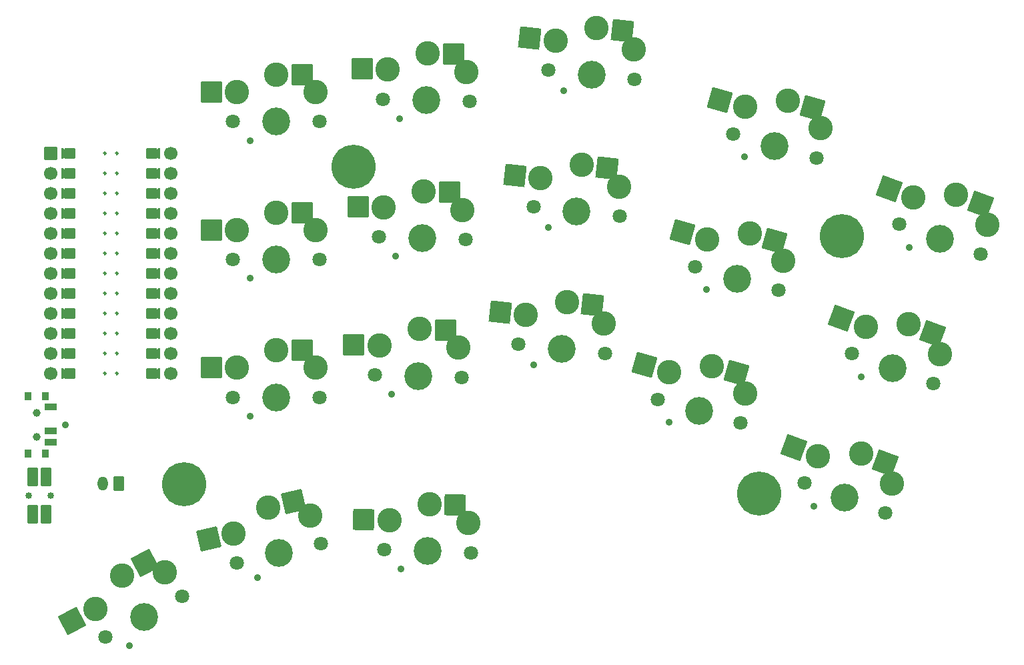
<source format=gbr>
%TF.GenerationSoftware,KiCad,Pcbnew,8.0.4*%
%TF.CreationDate,2024-07-27T19:19:30+05:00*%
%TF.ProjectId,BUBA_v1,42554241-5f76-4312-9e6b-696361645f70,v1.0.0*%
%TF.SameCoordinates,Original*%
%TF.FileFunction,Soldermask,Top*%
%TF.FilePolarity,Negative*%
%FSLAX46Y46*%
G04 Gerber Fmt 4.6, Leading zero omitted, Abs format (unit mm)*
G04 Created by KiCad (PCBNEW 8.0.4) date 2024-07-27 19:19:30*
%MOMM*%
%LPD*%
G01*
G04 APERTURE LIST*
G04 Aperture macros list*
%AMRoundRect*
0 Rectangle with rounded corners*
0 $1 Rounding radius*
0 $2 $3 $4 $5 $6 $7 $8 $9 X,Y pos of 4 corners*
0 Add a 4 corners polygon primitive as box body*
4,1,4,$2,$3,$4,$5,$6,$7,$8,$9,$2,$3,0*
0 Add four circle primitives for the rounded corners*
1,1,$1+$1,$2,$3*
1,1,$1+$1,$4,$5*
1,1,$1+$1,$6,$7*
1,1,$1+$1,$8,$9*
0 Add four rect primitives between the rounded corners*
20,1,$1+$1,$2,$3,$4,$5,0*
20,1,$1+$1,$4,$5,$6,$7,0*
20,1,$1+$1,$6,$7,$8,$9,0*
20,1,$1+$1,$8,$9,$2,$3,0*%
%AMFreePoly0*
4,1,14,0.635355,0.435355,0.650000,0.400000,0.650000,0.200000,0.635355,0.164645,0.035355,-0.435355,0.000000,-0.450000,-0.035355,-0.435355,-0.635355,0.164645,-0.650000,0.200000,-0.650000,0.400000,-0.635355,0.435355,-0.600000,0.450000,0.600000,0.450000,0.635355,0.435355,0.635355,0.435355,$1*%
%AMFreePoly1*
4,1,16,0.635355,1.035355,0.650000,1.000000,0.650000,-0.250000,0.635355,-0.285355,0.600000,-0.300000,-0.600000,-0.300000,-0.635355,-0.285355,-0.650000,-0.250000,-0.650000,1.000000,-0.635355,1.035355,-0.600000,1.050000,-0.564645,1.035355,0.000000,0.470710,0.564645,1.035355,0.600000,1.050000,0.635355,1.035355,0.635355,1.035355,$1*%
G04 Aperture macros list end*
%ADD10C,0.250000*%
%ADD11C,0.100000*%
%ADD12FreePoly0,270.000000*%
%ADD13C,1.700000*%
%ADD14FreePoly0,90.000000*%
%ADD15RoundRect,0.050000X-0.800000X0.800000X-0.800000X-0.800000X0.800000X-0.800000X0.800000X0.800000X0*%
%ADD16FreePoly1,270.000000*%
%ADD17FreePoly1,90.000000*%
%ADD18C,1.801800*%
%ADD19C,3.100000*%
%ADD20C,0.900000*%
%ADD21C,3.529000*%
%ADD22RoundRect,0.050000X-1.606411X-0.894117X0.894117X-1.606411X1.606411X0.894117X-0.894117X1.606411X0*%
%ADD23RoundRect,0.050000X-1.337994X-1.260862X1.260862X-1.337994X1.337994X1.260862X-1.260862X1.337994X0*%
%ADD24RoundRect,0.050000X0.600000X-1.125000X0.600000X1.125000X-0.600000X1.125000X-0.600000X-1.125000X0*%
%ADD25C,0.850000*%
%ADD26RoundRect,0.050000X-0.537519X-1.758145X1.758145X-0.537519X0.537519X1.758145X-1.758145X0.537519X0*%
%ADD27RoundRect,0.050000X-1.300000X-1.300000X1.300000X-1.300000X1.300000X1.300000X-1.300000X1.300000X0*%
%ADD28RoundRect,0.050000X-1.344577X-1.253839X1.253839X-1.344577X1.344577X1.253839X-1.253839X1.344577X0*%
%ADD29RoundRect,0.050000X-0.400000X0.500000X-0.400000X-0.500000X0.400000X-0.500000X0.400000X0.500000X0*%
%ADD30C,1.000000*%
%ADD31RoundRect,0.050000X-0.750000X0.350000X-0.750000X-0.350000X0.750000X-0.350000X0.750000X0.350000X0*%
%ADD32C,5.600000*%
%ADD33RoundRect,0.050000X-0.974245X-1.559117X1.559117X-0.974245X0.974245X1.559117X-1.559117X0.974245X0*%
%ADD34RoundRect,0.050000X-1.432795X-1.151997X1.151997X-1.432795X1.432795X1.151997X-1.151997X1.432795X0*%
%ADD35RoundRect,0.050000X-1.668929X-0.771153X0.771153X-1.668929X1.668929X0.771153X-0.771153X1.668929X0*%
%ADD36RoundRect,0.050000X0.600000X0.850000X-0.600000X0.850000X-0.600000X-0.850000X0.600000X-0.850000X0*%
%ADD37O,1.300000X1.800000*%
G04 APERTURE END LIST*
D10*
%TO.C,MCU1*%
X82744694Y-68463239D02*
G75*
G02*
X82494694Y-68463239I-125000J0D01*
G01*
X82494694Y-68463239D02*
G75*
G02*
X82744694Y-68463239I125000J0D01*
G01*
X82744693Y-78623239D02*
G75*
G02*
X82494695Y-78623239I-124999J0D01*
G01*
X82494695Y-78623239D02*
G75*
G02*
X82744693Y-78623239I124999J0D01*
G01*
X82744694Y-86243239D02*
G75*
G02*
X82494694Y-86243239I-125000J0D01*
G01*
X82494694Y-86243239D02*
G75*
G02*
X82744694Y-86243239I125000J0D01*
G01*
X82744693Y-96403239D02*
G75*
G02*
X82494695Y-96403239I-124999J0D01*
G01*
X82494695Y-96403239D02*
G75*
G02*
X82744693Y-96403239I124999J0D01*
G01*
X82744695Y-71003239D02*
G75*
G02*
X82494695Y-71003239I-125000J0D01*
G01*
X82494695Y-71003239D02*
G75*
G02*
X82744695Y-71003239I125000J0D01*
G01*
X82744695Y-73543239D02*
G75*
G02*
X82494695Y-73543239I-125000J0D01*
G01*
X82494695Y-73543239D02*
G75*
G02*
X82744695Y-73543239I125000J0D01*
G01*
X82744694Y-76083240D02*
G75*
G02*
X82494696Y-76083240I-124999J0D01*
G01*
X82494696Y-76083240D02*
G75*
G02*
X82744694Y-76083240I124999J0D01*
G01*
X82744695Y-81163239D02*
G75*
G02*
X82494695Y-81163239I-125000J0D01*
G01*
X82494695Y-81163239D02*
G75*
G02*
X82744695Y-81163239I125000J0D01*
G01*
X82744696Y-83703239D02*
G75*
G02*
X82494694Y-83703239I-125001J0D01*
G01*
X82494694Y-83703239D02*
G75*
G02*
X82744696Y-83703239I125001J0D01*
G01*
X82744696Y-88783238D02*
G75*
G02*
X82494694Y-88783238I-125001J0D01*
G01*
X82494694Y-88783238D02*
G75*
G02*
X82744696Y-88783238I125001J0D01*
G01*
X82744694Y-91323239D02*
G75*
G02*
X82494696Y-91323239I-124999J0D01*
G01*
X82494696Y-91323239D02*
G75*
G02*
X82744694Y-91323239I124999J0D01*
G01*
X82744695Y-93863239D02*
G75*
G02*
X82494695Y-93863239I-125000J0D01*
G01*
X82494695Y-93863239D02*
G75*
G02*
X82744695Y-93863239I125000J0D01*
G01*
X84268695Y-71003239D02*
G75*
G02*
X84018695Y-71003239I-125000J0D01*
G01*
X84018695Y-71003239D02*
G75*
G02*
X84268695Y-71003239I125000J0D01*
G01*
X84268695Y-73543239D02*
G75*
G02*
X84018695Y-73543239I-125000J0D01*
G01*
X84018695Y-73543239D02*
G75*
G02*
X84268695Y-73543239I125000J0D01*
G01*
X84268694Y-76083240D02*
G75*
G02*
X84018696Y-76083240I-124999J0D01*
G01*
X84018696Y-76083240D02*
G75*
G02*
X84268694Y-76083240I124999J0D01*
G01*
X84268695Y-81163239D02*
G75*
G02*
X84018695Y-81163239I-125000J0D01*
G01*
X84018695Y-81163239D02*
G75*
G02*
X84268695Y-81163239I125000J0D01*
G01*
X84268696Y-83703239D02*
G75*
G02*
X84018694Y-83703239I-125001J0D01*
G01*
X84018694Y-83703239D02*
G75*
G02*
X84268696Y-83703239I125001J0D01*
G01*
X84268696Y-88783238D02*
G75*
G02*
X84018694Y-88783238I-125001J0D01*
G01*
X84018694Y-88783238D02*
G75*
G02*
X84268696Y-88783238I125001J0D01*
G01*
X84268694Y-91323239D02*
G75*
G02*
X84018696Y-91323239I-124999J0D01*
G01*
X84018696Y-91323239D02*
G75*
G02*
X84268694Y-91323239I124999J0D01*
G01*
X84268695Y-93863239D02*
G75*
G02*
X84018695Y-93863239I-125000J0D01*
G01*
X84018695Y-93863239D02*
G75*
G02*
X84268695Y-93863239I125000J0D01*
G01*
X84268696Y-68463239D02*
G75*
G02*
X84018696Y-68463239I-125000J0D01*
G01*
X84018696Y-68463239D02*
G75*
G02*
X84268696Y-68463239I125000J0D01*
G01*
X84268695Y-78623239D02*
G75*
G02*
X84018697Y-78623239I-124999J0D01*
G01*
X84018697Y-78623239D02*
G75*
G02*
X84268695Y-78623239I124999J0D01*
G01*
X84268696Y-86243239D02*
G75*
G02*
X84018696Y-86243239I-125000J0D01*
G01*
X84018696Y-86243239D02*
G75*
G02*
X84268696Y-86243239I125000J0D01*
G01*
X84268695Y-96403239D02*
G75*
G02*
X84018697Y-96403239I-124999J0D01*
G01*
X84018697Y-96403239D02*
G75*
G02*
X84268695Y-96403239I124999J0D01*
G01*
D11*
X78301695Y-71511239D02*
X77285694Y-71511239D01*
X77285694Y-70495239D01*
X78301695Y-70495239D01*
X78301695Y-71511239D01*
G36*
X78301695Y-71511239D02*
G01*
X77285694Y-71511239D01*
X77285694Y-70495239D01*
X78301695Y-70495239D01*
X78301695Y-71511239D01*
G37*
X78301695Y-74051239D02*
X77285695Y-74051239D01*
X77285695Y-73035239D01*
X78301695Y-73035239D01*
X78301695Y-74051239D01*
G36*
X78301695Y-74051239D02*
G01*
X77285695Y-74051239D01*
X77285695Y-73035239D01*
X78301695Y-73035239D01*
X78301695Y-74051239D01*
G37*
X78301695Y-76591239D02*
X77285694Y-76591239D01*
X77285694Y-75575239D01*
X78301695Y-75575239D01*
X78301695Y-76591239D01*
G36*
X78301695Y-76591239D02*
G01*
X77285694Y-76591239D01*
X77285694Y-75575239D01*
X78301695Y-75575239D01*
X78301695Y-76591239D01*
G37*
X78301695Y-78115240D02*
X78301696Y-79131240D01*
X77285695Y-79131239D01*
X77285695Y-78115239D01*
X78301695Y-78115240D01*
G36*
X78301695Y-78115240D02*
G01*
X78301696Y-79131240D01*
X77285695Y-79131239D01*
X77285695Y-78115239D01*
X78301695Y-78115240D01*
G37*
X78301695Y-81671238D02*
X77285695Y-81671238D01*
X77285695Y-80655239D01*
X78301695Y-80655239D01*
X78301695Y-81671238D01*
G36*
X78301695Y-81671238D02*
G01*
X77285695Y-81671238D01*
X77285695Y-80655239D01*
X78301695Y-80655239D01*
X78301695Y-81671238D01*
G37*
X78301695Y-84211239D02*
X77285695Y-84211239D01*
X77285695Y-83195240D01*
X78301695Y-83195240D01*
X78301695Y-84211239D01*
G36*
X78301695Y-84211239D02*
G01*
X77285695Y-84211239D01*
X77285695Y-83195240D01*
X78301695Y-83195240D01*
X78301695Y-84211239D01*
G37*
X78301695Y-89291239D02*
X77285694Y-89291239D01*
X77285694Y-88275239D01*
X78301695Y-88275239D01*
X78301695Y-89291239D01*
G36*
X78301695Y-89291239D02*
G01*
X77285694Y-89291239D01*
X77285694Y-88275239D01*
X78301695Y-88275239D01*
X78301695Y-89291239D01*
G37*
X78301695Y-91831239D02*
X77285695Y-91831239D01*
X77285695Y-90815239D01*
X78301695Y-90815239D01*
X78301695Y-91831239D01*
G36*
X78301695Y-91831239D02*
G01*
X77285695Y-91831239D01*
X77285695Y-90815239D01*
X78301695Y-90815239D01*
X78301695Y-91831239D01*
G37*
X78301695Y-94371239D02*
X77285694Y-94371239D01*
X77285694Y-93355239D01*
X78301695Y-93355239D01*
X78301695Y-94371239D01*
G36*
X78301695Y-94371239D02*
G01*
X77285694Y-94371239D01*
X77285694Y-93355239D01*
X78301695Y-93355239D01*
X78301695Y-94371239D01*
G37*
X78301696Y-96911240D02*
X77285695Y-96911239D01*
X77285695Y-95895239D01*
X78301695Y-95895239D01*
X78301696Y-96911240D01*
G36*
X78301696Y-96911240D02*
G01*
X77285695Y-96911239D01*
X77285695Y-95895239D01*
X78301695Y-95895239D01*
X78301696Y-96911240D01*
G37*
X78301696Y-67955239D02*
X78301695Y-68971239D01*
X77285695Y-68971239D01*
X77285695Y-67955238D01*
X78301696Y-67955239D01*
G36*
X78301696Y-67955239D02*
G01*
X78301695Y-68971239D01*
X77285695Y-68971239D01*
X77285695Y-67955238D01*
X78301696Y-67955239D01*
G37*
X78301695Y-86751238D02*
X77285695Y-86751239D01*
X77285695Y-85735239D01*
X78301696Y-85735239D01*
X78301695Y-86751238D01*
G36*
X78301695Y-86751238D02*
G01*
X77285695Y-86751239D01*
X77285695Y-85735239D01*
X78301696Y-85735239D01*
X78301695Y-86751238D01*
G37*
X89477695Y-79131239D02*
X88461694Y-79131239D01*
X88461695Y-78115240D01*
X89477695Y-78115239D01*
X89477695Y-79131239D01*
G36*
X89477695Y-79131239D02*
G01*
X88461694Y-79131239D01*
X88461695Y-78115240D01*
X89477695Y-78115239D01*
X89477695Y-79131239D01*
G37*
X89477695Y-96911240D02*
X88461694Y-96911239D01*
X88461695Y-95895239D01*
X89477695Y-95895239D01*
X89477695Y-96911240D01*
G36*
X89477695Y-96911240D02*
G01*
X88461694Y-96911239D01*
X88461695Y-95895239D01*
X89477695Y-95895239D01*
X89477695Y-96911240D01*
G37*
X89477695Y-67955239D02*
X89477695Y-68971239D01*
X88461695Y-68971239D01*
X88461694Y-67955238D01*
X89477695Y-67955239D01*
G36*
X89477695Y-67955239D02*
G01*
X89477695Y-68971239D01*
X88461695Y-68971239D01*
X88461694Y-67955238D01*
X89477695Y-67955239D01*
G37*
X89477696Y-71511239D02*
X88461695Y-71511239D01*
X88461695Y-70495239D01*
X89477696Y-70495239D01*
X89477696Y-71511239D01*
G36*
X89477696Y-71511239D02*
G01*
X88461695Y-71511239D01*
X88461695Y-70495239D01*
X89477696Y-70495239D01*
X89477696Y-71511239D01*
G37*
X89477695Y-74051239D02*
X88461695Y-74051239D01*
X88461695Y-73035239D01*
X89477695Y-73035239D01*
X89477695Y-74051239D01*
G36*
X89477695Y-74051239D02*
G01*
X88461695Y-74051239D01*
X88461695Y-73035239D01*
X89477695Y-73035239D01*
X89477695Y-74051239D01*
G37*
X89477696Y-76591239D02*
X88461695Y-76591239D01*
X88461695Y-75575239D01*
X89477696Y-75575239D01*
X89477696Y-76591239D01*
G36*
X89477696Y-76591239D02*
G01*
X88461695Y-76591239D01*
X88461695Y-75575239D01*
X89477696Y-75575239D01*
X89477696Y-76591239D01*
G37*
X89477695Y-81671238D02*
X88461695Y-81671238D01*
X88461695Y-80655239D01*
X89477695Y-80655239D01*
X89477695Y-81671238D01*
G36*
X89477695Y-81671238D02*
G01*
X88461695Y-81671238D01*
X88461695Y-80655239D01*
X89477695Y-80655239D01*
X89477695Y-81671238D01*
G37*
X89477695Y-84211239D02*
X88461695Y-84211239D01*
X88461695Y-83195240D01*
X89477695Y-83195240D01*
X89477695Y-84211239D01*
G36*
X89477695Y-84211239D02*
G01*
X88461695Y-84211239D01*
X88461695Y-83195240D01*
X89477695Y-83195240D01*
X89477695Y-84211239D01*
G37*
X89477695Y-85735239D02*
X89477695Y-86751239D01*
X88461695Y-86751238D01*
X88461694Y-85735238D01*
X89477695Y-85735239D01*
G36*
X89477695Y-85735239D02*
G01*
X89477695Y-86751239D01*
X88461695Y-86751238D01*
X88461694Y-85735238D01*
X89477695Y-85735239D01*
G37*
X89477696Y-89291239D02*
X88461695Y-89291239D01*
X88461695Y-88275239D01*
X89477696Y-88275239D01*
X89477696Y-89291239D01*
G36*
X89477696Y-89291239D02*
G01*
X88461695Y-89291239D01*
X88461695Y-88275239D01*
X89477696Y-88275239D01*
X89477696Y-89291239D01*
G37*
X89477695Y-91831239D02*
X88461695Y-91831239D01*
X88461695Y-90815239D01*
X89477695Y-90815239D01*
X89477695Y-91831239D01*
G36*
X89477695Y-91831239D02*
G01*
X88461695Y-91831239D01*
X88461695Y-90815239D01*
X89477695Y-90815239D01*
X89477695Y-91831239D01*
G37*
X89477696Y-94371239D02*
X88461695Y-94371239D01*
X88461695Y-93355239D01*
X89477696Y-93355239D01*
X89477696Y-94371239D01*
G36*
X89477696Y-94371239D02*
G01*
X88461695Y-94371239D01*
X88461695Y-93355239D01*
X89477696Y-93355239D01*
X89477696Y-94371239D01*
G37*
%TD*%
D12*
%TO.C,MCU1*%
X89223695Y-68463238D03*
D13*
X91001695Y-68463239D03*
D14*
X77539695Y-68463239D03*
D13*
X75761695Y-68463239D03*
D15*
X75761695Y-68463239D03*
D13*
X91001695Y-71003238D03*
X75761695Y-71003238D03*
D12*
X89223695Y-71003239D03*
D14*
X77539695Y-71003239D03*
D13*
X91001695Y-73543239D03*
D12*
X89223695Y-73543239D03*
D14*
X77539695Y-73543239D03*
D13*
X75761695Y-73543239D03*
D12*
X89223696Y-76083239D03*
D14*
X77539695Y-76083239D03*
D13*
X91001695Y-76083240D03*
X75761695Y-76083240D03*
X91001695Y-78623239D03*
D12*
X89223695Y-78623239D03*
D14*
X77539695Y-78623239D03*
D13*
X75761695Y-78623239D03*
X91001695Y-81163239D03*
D12*
X89223695Y-81163239D03*
D14*
X77539695Y-81163239D03*
D13*
X75761695Y-81163239D03*
X91001695Y-83703239D03*
D12*
X89223695Y-83703239D03*
D14*
X77539695Y-83703239D03*
D13*
X75761695Y-83703239D03*
X91001695Y-86243239D03*
D12*
X89223695Y-86243239D03*
D14*
X77539695Y-86243239D03*
D13*
X75761695Y-86243239D03*
X91001695Y-88783238D03*
X75761695Y-88783238D03*
D12*
X89223695Y-88783239D03*
D14*
X77539694Y-88783239D03*
D13*
X91001695Y-91323239D03*
D12*
X89223695Y-91323239D03*
D14*
X77539695Y-91323239D03*
D13*
X75761695Y-91323239D03*
D12*
X89223695Y-93863239D03*
D14*
X77539695Y-93863239D03*
D13*
X91001695Y-93863240D03*
X75761695Y-93863240D03*
X91001695Y-96403239D03*
D12*
X89223695Y-96403239D03*
D13*
X75761695Y-96403239D03*
D14*
X77539695Y-96403240D03*
D16*
X88207695Y-68463238D03*
X88207695Y-71003239D03*
X88207695Y-73543239D03*
X88207694Y-76083239D03*
X88207695Y-78623238D03*
X88207695Y-81163239D03*
X88207695Y-83703239D03*
X88207695Y-86243240D03*
X88207694Y-88783239D03*
X88207695Y-91323238D03*
X88207695Y-93863239D03*
X88207694Y-96403240D03*
D17*
X78555695Y-96403240D03*
X78555695Y-93863239D03*
X78555695Y-91323239D03*
X78555696Y-88783239D03*
X78555695Y-86243240D03*
X78555695Y-83703239D03*
X78555695Y-81163239D03*
X78555695Y-78623238D03*
X78555696Y-76083239D03*
X78555695Y-73543240D03*
X78555695Y-71003239D03*
X78555696Y-68463238D03*
%TD*%
D18*
%TO.C,S11*%
X157542655Y-82865206D03*
D19*
X159050873Y-79395656D03*
D20*
X159000985Y-85776096D03*
D21*
X162832232Y-84371982D03*
D19*
X164462290Y-78649622D03*
X164462290Y-78649622D03*
X168668286Y-82135248D03*
D18*
X168121809Y-85878758D03*
D22*
X167611992Y-79546838D03*
X155901170Y-78498440D03*
%TD*%
D18*
%TO.C,S5*%
X117403276Y-79077779D03*
D19*
X118014304Y-75344262D03*
D20*
X119531109Y-81541988D03*
D19*
X123077369Y-73293561D03*
X123077369Y-73293561D03*
D21*
X122900855Y-79240943D03*
D19*
X128009903Y-75640925D03*
D18*
X128398434Y-79404107D03*
D23*
X126350927Y-73390720D03*
X114740745Y-75247107D03*
%TD*%
D20*
%TO.C,RST1*%
X75181694Y-109558243D03*
X75181694Y-109558243D03*
X73481695Y-109558242D03*
X73481695Y-109558242D03*
D24*
X73481695Y-114308242D03*
X73481695Y-109558242D03*
X75181694Y-114308241D03*
X75181694Y-109558243D03*
D25*
X72956694Y-111933242D03*
X72956694Y-111933242D03*
X75706694Y-111933242D03*
X75706694Y-111933242D03*
%TD*%
D18*
%TO.C,S17*%
X82699439Y-129874408D03*
D19*
X81380394Y-126328618D03*
D20*
X85768656Y-130960645D03*
D19*
X84762295Y-122038777D03*
X84762295Y-122038777D03*
D21*
X87555651Y-127292315D03*
D19*
X90209870Y-121633903D03*
D18*
X92411863Y-124710222D03*
D26*
X87653949Y-120501257D03*
X78488741Y-127866140D03*
%TD*%
D18*
%TO.C,S6*%
X117922432Y-61585482D03*
D19*
X118533460Y-57851965D03*
D20*
X120050265Y-64049691D03*
D19*
X123596525Y-55801264D03*
X123596525Y-55801264D03*
D21*
X123420011Y-61748646D03*
D19*
X128529059Y-58148628D03*
D18*
X128917590Y-61911810D03*
D23*
X126870083Y-55898423D03*
X115259901Y-57754810D03*
%TD*%
D18*
%TO.C,S1*%
X98881697Y-99433241D03*
D19*
X99381697Y-95683241D03*
D20*
X101081697Y-101833241D03*
D19*
X104381697Y-93483242D03*
X104381697Y-93483242D03*
D21*
X104381697Y-99433241D03*
D19*
X109381697Y-95683241D03*
D18*
X109881697Y-99433241D03*
D27*
X107656697Y-93483241D03*
X96106697Y-95683242D03*
%TD*%
D18*
%TO.C,S18*%
X118110697Y-118777180D03*
D19*
X118741266Y-115046915D03*
D20*
X120225598Y-121252497D03*
D19*
X123814999Y-113022752D03*
X123814999Y-113022752D03*
D21*
X123607347Y-118969128D03*
D19*
X128735174Y-115395909D03*
D18*
X129103997Y-119161076D03*
D28*
X127088004Y-113137049D03*
X115468261Y-114932619D03*
%TD*%
D18*
%TO.C,S3*%
X98881694Y-64433241D03*
D19*
X99381694Y-60683241D03*
D20*
X101081694Y-66833241D03*
D19*
X104381694Y-58483242D03*
X104381694Y-58483242D03*
D21*
X104381694Y-64433241D03*
D19*
X109381694Y-60683241D03*
D18*
X109881694Y-64433241D03*
D27*
X107656694Y-58483241D03*
X96106694Y-60683242D03*
%TD*%
D29*
%TO.C,*%
X75061697Y-99283242D03*
X72851697Y-99283242D03*
D20*
X75711697Y-100683242D03*
X75711697Y-100683242D03*
D30*
X73951697Y-101433242D03*
X73951697Y-101433242D03*
D20*
X77611697Y-102933242D03*
X77611697Y-102933242D03*
D30*
X73951697Y-104433242D03*
X73951697Y-104433242D03*
D29*
X75061697Y-106583242D03*
X72851697Y-106583242D03*
D31*
X75711697Y-100683242D03*
X75711697Y-103683242D03*
X75711697Y-105183242D03*
%TD*%
D32*
%TO.C,REF\u002A\u002A*%
X92661449Y-110453714D03*
%TD*%
D18*
%TO.C,S16*%
X99322660Y-120470471D03*
D19*
X98966278Y-116704108D03*
D20*
X102006156Y-122314067D03*
D21*
X104681695Y-119233241D03*
D19*
X103343237Y-113435739D03*
X103343237Y-113435739D03*
X108709979Y-114454598D03*
D18*
X110040730Y-117996011D03*
D33*
X106534299Y-112699024D03*
X95775216Y-117440823D03*
%TD*%
D32*
%TO.C,REF\u002A\u002A*%
X114161451Y-70203714D03*
%TD*%
D18*
%TO.C,S7*%
X135124563Y-92677963D03*
D19*
X136026638Y-89003896D03*
D20*
X137052499Y-95301523D03*
D19*
X141234991Y-87356761D03*
X141234991Y-87356761D03*
D21*
X140592395Y-93271959D03*
D19*
X145968148Y-90083890D03*
D18*
X146060227Y-93865955D03*
D34*
X144490836Y-87710457D03*
X132770794Y-88650197D03*
%TD*%
D18*
%TO.C,S13*%
X171373678Y-110291242D03*
D19*
X173137792Y-106944542D03*
D20*
X172609646Y-113303281D03*
D19*
X178589913Y-106606349D03*
X178589913Y-106606349D03*
D21*
X176535389Y-112190382D03*
D19*
X182522722Y-110397524D03*
D18*
X181697100Y-114089522D03*
D35*
X181663478Y-107737200D03*
X170064227Y-105813690D03*
%TD*%
D32*
%TO.C,REF\u002A\u002A*%
X176161450Y-78953714D03*
%TD*%
D18*
%TO.C,S8*%
X137014551Y-75280321D03*
D19*
X137916626Y-71606254D03*
D20*
X138942487Y-77903881D03*
D19*
X143124979Y-69959119D03*
X143124979Y-69959119D03*
D21*
X142482383Y-75874317D03*
D19*
X147858136Y-72686248D03*
D18*
X147950215Y-76468313D03*
D34*
X146380824Y-70312815D03*
X134660782Y-71252555D03*
%TD*%
D36*
%TO.C,BAT1*%
X84381696Y-110433241D03*
D37*
X82381696Y-110433241D03*
%TD*%
D18*
%TO.C,S14*%
X177416395Y-93867617D03*
D19*
X179180509Y-90520917D03*
D20*
X178652363Y-96879656D03*
D19*
X184632630Y-90182724D03*
X184632630Y-90182724D03*
D21*
X182578106Y-95766757D03*
D19*
X188565439Y-93973899D03*
D18*
X187739817Y-97665897D03*
D35*
X187706195Y-91313575D03*
X176106944Y-89390065D03*
%TD*%
D32*
%TO.C,REF\u002A\u002A*%
X165661451Y-111703713D03*
%TD*%
D18*
%TO.C,S12*%
X162336940Y-66034732D03*
D19*
X163845158Y-62565182D03*
D20*
X163795270Y-68945622D03*
D21*
X167626517Y-67541508D03*
D19*
X169256575Y-61819148D03*
X169256575Y-61819148D03*
X173462571Y-65304774D03*
D18*
X172916094Y-69048284D03*
D22*
X172406277Y-62716364D03*
X160695455Y-61667966D03*
%TD*%
D18*
%TO.C,S9*%
X138904537Y-57882682D03*
D19*
X139806612Y-54208615D03*
D20*
X140832473Y-60506242D03*
D19*
X145014965Y-52561480D03*
X145014965Y-52561480D03*
D21*
X144372369Y-58476678D03*
D19*
X149748122Y-55288609D03*
D18*
X149840201Y-59070674D03*
D34*
X148270810Y-52915176D03*
X136550768Y-53854916D03*
%TD*%
D18*
%TO.C,S15*%
X183459114Y-77443988D03*
D19*
X185223228Y-74097288D03*
D20*
X184695082Y-80456027D03*
D19*
X190675349Y-73759095D03*
X190675349Y-73759095D03*
D21*
X188620825Y-79343128D03*
D19*
X194608158Y-77550270D03*
D18*
X193782536Y-81242268D03*
D35*
X193748914Y-74889946D03*
X182149663Y-72966436D03*
%TD*%
D18*
%TO.C,S4*%
X116884114Y-96570076D03*
D19*
X117495142Y-92836559D03*
D20*
X119011947Y-99034285D03*
D19*
X122558207Y-90785858D03*
X122558207Y-90785858D03*
D21*
X122381693Y-96733240D03*
D19*
X127490741Y-93133222D03*
D18*
X127879272Y-96896404D03*
D23*
X125831765Y-90883017D03*
X114221583Y-92739404D03*
%TD*%
D18*
%TO.C,S10*%
X152748367Y-99695675D03*
D19*
X154256585Y-96226125D03*
D20*
X154206697Y-102606565D03*
D21*
X158037944Y-101202451D03*
D19*
X159668002Y-95480091D03*
X159668002Y-95480091D03*
X163873998Y-98965717D03*
D18*
X163327521Y-102709227D03*
D22*
X162817704Y-96377307D03*
X151106882Y-95328909D03*
%TD*%
D18*
%TO.C,S2*%
X98881696Y-81933242D03*
D19*
X99381696Y-78183242D03*
D20*
X101081696Y-84333242D03*
D19*
X104381696Y-75983243D03*
X104381696Y-75983243D03*
D21*
X104381696Y-81933242D03*
D19*
X109381696Y-78183242D03*
D18*
X109881696Y-81933242D03*
D27*
X107656696Y-75983242D03*
X96106696Y-78183243D03*
%TD*%
M02*

</source>
